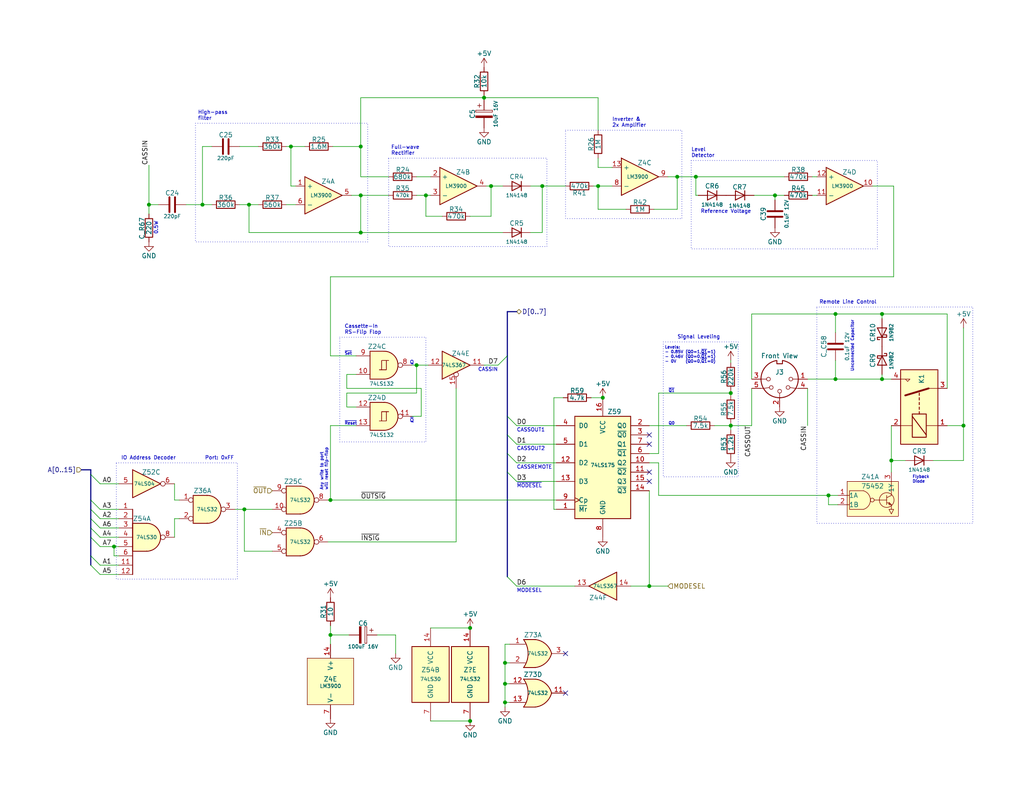
<source format=kicad_sch>
(kicad_sch (version 20230121) (generator eeschema)
  (paper "USLetter")
  (title_block (title "TRS-80 Model I G") (date "2023-10-24") (rev "E1B") (company "RetroStack - Marcel Erz") (comment 2 "Cassette motor control, input & output circuits, IO decoding, and video mode selection") (comment 4 "Cassette Interface with Video Mode Select"))
  (lib_symbols
    (symbol "74xx:74LS04"
      (property "Reference" "U" (at 0 1.27 0))
      (property "Value" "74LS04" (at 0 -1.27 0))
      (symbol "74LS04_1_0"
        (pin input line (at -7.62 0 0) (length 3.81) (name "~") (number "1"))
        (pin output inverted (at 7.62 0 180) (length 3.81) (name "~") (number "2"))
      )
      (symbol "74LS04_2_0"
        (pin input line (at -7.62 0 0) (length 3.81) (name "~") (number "3"))
        (pin output inverted (at 7.62 0 180) (length 3.81) (name "~") (number "4"))
      )
      (symbol "74LS04_3_0"
        (pin input line (at -7.62 0 0) (length 3.81) (name "~") (number "5"))
        (pin output inverted (at 7.62 0 180) (length 3.81) (name "~") (number "6"))
      )
      (symbol "74LS04_4_0"
        (pin output inverted (at 7.62 0 180) (length 3.81) (name "~") (number "8"))
        (pin input line (at -7.62 0 0) (length 3.81) (name "~") (number "9"))
      )
      (symbol "74LS04_5_0"
        (pin output inverted (at 7.62 0 180) (length 3.81) (name "~") (number "10"))
        (pin input line (at -7.62 0 0) (length 3.81) (name "~") (number "11"))
      )
      (symbol "74LS04_6_0"
        (pin output inverted (at 7.62 0 180) (length 3.81) (name "~") (number "12"))
        (pin input line (at -7.62 0 0) (length 3.81) (name "~") (number "13"))
      )
      (symbol "74LS04_7_0"
        (pin power_in line (at 0 12.7 270) (length 5.08) (name "VCC") (number "14"))
        (pin power_in line (at 0 -12.7 90) (length 5.08) (name "GND") (number "7"))
      )
    )
    (symbol "74xx:74LS132" (pin_names (offset 1.016))
      (property "Reference" "U" (at 0 1.27 0))
      (property "Value" "74LS132" (at 0 -1.27 0))
      (symbol "74LS132_1_1"
        (pin input line (at -7.62 2.54 0) (length 3.81) (name "~") (number "1"))
        (pin input line (at -7.62 -2.54 0) (length 3.81) (name "~") (number "2"))
        (pin output inverted (at 7.62 0 180) (length 3.81) (name "~") (number "3"))
      )
      (symbol "74LS132_1_2"
        (pin input inverted (at -7.62 2.54 0) (length 4.318) (name "~") (number "1"))
        (pin input inverted (at -7.62 -2.54 0) (length 4.318) (name "~") (number "2"))
        (pin output line (at 7.62 0 180) (length 3.81) (name "~") (number "3"))
      )
      (symbol "74LS132_2_1"
        (pin input line (at -7.62 2.54 0) (length 3.81) (name "~") (number "4"))
        (pin input line (at -7.62 -2.54 0) (length 3.81) (name "~") (number "5"))
        (pin output inverted (at 7.62 0 180) (length 3.81) (name "~") (number "6"))
      )
      (symbol "74LS132_2_2"
        (pin input inverted (at -7.62 2.54 0) (length 4.318) (name "~") (number "4"))
        (pin input inverted (at -7.62 -2.54 0) (length 4.318) (name "~") (number "5"))
        (pin output line (at 7.62 0 180) (length 3.81) (name "~") (number "6"))
      )
      (symbol "74LS132_3_1"
        (pin input line (at -7.62 -2.54 0) (length 3.81) (name "~") (number "10"))
        (pin output inverted (at 7.62 0 180) (length 3.81) (name "~") (number "8"))
        (pin input line (at -7.62 2.54 0) (length 3.81) (name "~") (number "9"))
      )
      (symbol "74LS132_3_2"
        (pin input inverted (at -7.62 -2.54 0) (length 4.318) (name "~") (number "10"))
        (pin output line (at 7.62 0 180) (length 3.81) (name "~") (number "8"))
        (pin input inverted (at -7.62 2.54 0) (length 4.318) (name "~") (number "9"))
      )
      (symbol "74LS132_4_1"
        (pin output inverted (at 7.62 0 180) (length 3.81) (name "~") (number "11"))
        (pin input line (at -7.62 2.54 0) (length 3.81) (name "~") (number "12"))
        (pin input line (at -7.62 -2.54 0) (length 3.81) (name "~") (number "13"))
      )
      (symbol "74LS132_4_2"
        (pin output line (at 7.62 0 180) (length 3.81) (name "~") (number "11"))
        (pin input inverted (at -7.62 2.54 0) (length 4.318) (name "~") (number "12"))
        (pin input inverted (at -7.62 -2.54 0) (length 4.318) (name "~") (number "13"))
      )
      (symbol "74LS132_5_0"
        (pin power_in line (at 0 12.7 270) (length 5.08) (name "VCC") (number "14"))
        (pin power_in line (at 0 -12.7 90) (length 5.08) (name "GND") (number "7"))
      )
    )
    (symbol "74xx:74LS175" (pin_names (offset 1.016))
      (property "Reference" "U" (at -7.62 13.97 0))
      (property "Value" "74LS175" (at -7.62 -16.51 0))
      (symbol "74LS175_1_0"
        (pin input line (at -12.7 -12.7 0) (length 5.08) (name "~{Mr}") (number "1"))
        (pin output line (at 12.7 0 180) (length 5.08) (name "Q2") (number "10"))
        (pin output line (at 12.7 -2.54 180) (length 5.08) (name "~{Q2}") (number "11"))
        (pin input line (at -12.7 0 0) (length 5.08) (name "D2") (number "12"))
        (pin input line (at -12.7 -5.08 0) (length 5.08) (name "D3") (number "13"))
        (pin output line (at 12.7 -7.62 180) (length 5.08) (name "~{Q3}") (number "14"))
        (pin output line (at 12.7 -5.08 180) (length 5.08) (name "Q3") (number "15"))
        (pin power_in line (at 0 17.78 270) (length 5.08) (name "VCC") (number "16"))
        (pin output line (at 12.7 10.16 180) (length 5.08) (name "Q0") (number "2"))
        (pin output line (at 12.7 7.62 180) (length 5.08) (name "~{Q0}") (number "3"))
        (pin input line (at -12.7 10.16 0) (length 5.08) (name "D0") (number "4"))
        (pin input line (at -12.7 5.08 0) (length 5.08) (name "D1") (number "5"))
        (pin output line (at 12.7 2.54 180) (length 5.08) (name "~{Q1}") (number "6"))
        (pin output line (at 12.7 5.08 180) (length 5.08) (name "Q1") (number "7"))
        (pin power_in line (at 0 -20.32 90) (length 5.08) (name "GND") (number "8"))
        (pin input clock (at -12.7 -10.16 0) (length 5.08) (name "Cp") (number "9"))
      )
    )
    (symbol "74xx:74LS30" (pin_names (offset 1.016))
      (property "Reference" "U" (at 0 1.27 0))
      (property "Value" "74LS30" (at 0 -1.27 0))
      (symbol "74LS30_1_1"
        (pin input line (at -7.62 7.62 0) (length 3.81) (name "~") (number "1"))
        (pin input line (at -7.62 -7.62 0) (length 3.81) (name "~") (number "11"))
        (pin input line (at -7.62 -10.16 0) (length 3.81) (name "~") (number "12"))
        (pin input line (at -7.62 5.08 0) (length 3.81) (name "~") (number "2"))
        (pin input line (at -7.62 2.54 0) (length 3.81) (name "~") (number "3"))
        (pin input line (at -7.62 0 0) (length 3.81) (name "~") (number "4"))
        (pin input line (at -7.62 -2.54 0) (length 3.81) (name "~") (number "5"))
        (pin input line (at -7.62 -5.08 0) (length 3.81) (name "~") (number "6"))
        (pin output inverted (at 7.62 0 180) (length 3.81) (name "~") (number "8"))
      )
      (symbol "74LS30_1_2"
        (pin input inverted (at -7.62 7.62 0) (length 3.81) (name "~") (number "1"))
        (pin input inverted (at -7.62 -7.62 0) (length 3.81) (name "~") (number "11"))
        (pin input inverted (at -7.62 -10.16 0) (length 3.81) (name "~") (number "12"))
        (pin input inverted (at -7.62 5.08 0) (length 3.81) (name "~") (number "2"))
        (pin input inverted (at -7.62 2.54 0) (length 4.5466) (name "~") (number "3"))
        (pin input inverted (at -7.62 0 0) (length 5.08) (name "~") (number "4"))
        (pin input inverted (at -7.62 -2.54 0) (length 4.5466) (name "~") (number "5"))
        (pin input inverted (at -7.62 -5.08 0) (length 3.81) (name "~") (number "6"))
        (pin output line (at 7.62 0 180) (length 3.81) (name "~") (number "8"))
      )
      (symbol "74LS30_2_0"
        (pin power_in line (at 0 12.7 270) (length 5.08) (name "VCC") (number "14"))
        (pin power_in line (at 0 -12.7 90) (length 5.08) (name "GND") (number "7"))
      )
    )
    (symbol "74xx:74LS32" (pin_names (offset 1.016))
      (property "Reference" "U" (at 0 1.27 0))
      (property "Value" "74LS32" (at 0 -1.27 0))
      (symbol "74LS32_1_1"
        (pin input line (at -7.62 2.54 0) (length 4.318) (name "~") (number "1"))
        (pin input line (at -7.62 -2.54 0) (length 4.318) (name "~") (number "2"))
        (pin output line (at 7.62 0 180) (length 3.81) (name "~") (number "3"))
      )
      (symbol "74LS32_1_2"
        (pin input inverted (at -7.62 2.54 0) (length 3.81) (name "~") (number "1"))
        (pin input inverted (at -7.62 -2.54 0) (length 3.81) (name "~") (number "2"))
        (pin output inverted (at 7.62 0 180) (length 3.81) (name "~") (number "3"))
      )
      (symbol "74LS32_2_1"
        (pin input line (at -7.62 2.54 0) (length 4.318) (name "~") (number "4"))
        (pin input line (at -7.62 -2.54 0) (length 4.318) (name "~") (number "5"))
        (pin output line (at 7.62 0 180) (length 3.81) (name "~") (number "6"))
      )
      (symbol "74LS32_2_2"
        (pin input inverted (at -7.62 2.54 0) (length 3.81) (name "~") (number "4"))
        (pin input inverted (at -7.62 -2.54 0) (length 3.81) (name "~") (number "5"))
        (pin output inverted (at 7.62 0 180) (length 3.81) (name "~") (number "6"))
      )
      (symbol "74LS32_3_1"
        (pin input line (at -7.62 -2.54 0) (length 4.318) (name "~") (number "10"))
        (pin output line (at 7.62 0 180) (length 3.81) (name "~") (number "8"))
        (pin input line (at -7.62 2.54 0) (length 4.318) (name "~") (number "9"))
      )
      (symbol "74LS32_3_2"
        (pin input inverted (at -7.62 -2.54 0) (length 3.81) (name "~") (number "10"))
        (pin output inverted (at 7.62 0 180) (length 3.81) (name "~") (number "8"))
        (pin input inverted (at -7.62 2.54 0) (length 3.81) (name "~") (number "9"))
      )
      (symbol "74LS32_4_1"
        (pin output line (at 7.62 0 180) (length 3.81) (name "~") (number "11"))
        (pin input line (at -7.62 2.54 0) (length 4.318) (name "~") (number "12"))
        (pin input line (at -7.62 -2.54 0) (length 4.318) (name "~") (number "13"))
      )
      (symbol "74LS32_4_2"
        (pin output inverted (at 7.62 0 180) (length 3.81) (name "~") (number "11"))
        (pin input inverted (at -7.62 2.54 0) (length 3.81) (name "~") (number "12"))
        (pin input inverted (at -7.62 -2.54 0) (length 3.81) (name "~") (number "13"))
      )
      (symbol "74LS32_5_0"
        (pin power_in line (at 0 12.7 270) (length 5.08) (name "VCC") (number "14"))
        (pin power_in line (at 0 -12.7 90) (length 5.08) (name "GND") (number "7"))
      )
    )
    (symbol "Connector:DIN-5_180degree" (pin_names (offset 1.016))
      (property "Reference" "J" (at 3.175 5.715 0))
      (property "Value" "DIN-5_180degree" (at 0 -6.35 0))
      (symbol "DIN-5_180degree_1_1"
        (pin passive line (at -7.62 0 0) (length 2.54) (name "~") (number "1"))
        (pin passive line (at 0 7.62 270) (length 2.54) (name "~") (number "2"))
        (pin passive line (at 7.62 0 180) (length 2.54) (name "~") (number "3"))
        (pin passive line (at -7.62 2.54 0) (length 2.54) (name "~") (number "4"))
        (pin passive line (at 7.62 2.54 180) (length 2.54) (name "~") (number "5"))
      )
    )
    (symbol "Device:C" (pin_numbers hide) (pin_names (offset 0.254))
      (property "Reference" "C" (at 0.635 2.54 0))
      (property "Value" "C" (at 0.635 -2.54 0))
      (symbol "C_1_1"
        (pin passive line (at 0 3.81 270) (length 2.794) (name "~") (number "1"))
        (pin passive line (at 0 -3.81 90) (length 2.794) (name "~") (number "2"))
      )
    )
    (symbol "Device:C_Polarized" (pin_numbers hide) (pin_names (offset 0.254))
      (property "Reference" "C" (at 0.635 2.54 0))
      (property "Value" "C_Polarized" (at 0.635 -2.54 0))
      (symbol "C_Polarized_1_1"
        (pin passive line (at 0 3.81 270) (length 2.794) (name "~") (number "1"))
        (pin passive line (at 0 -3.81 90) (length 2.794) (name "~") (number "2"))
      )
    )
    (symbol "Device:D" (pin_numbers hide) (pin_names (offset 1.016) hide)
      (property "Reference" "D" (at 0 2.54 0))
      (property "Value" "D" (at 0 -2.54 0))
      (symbol "D_1_1"
        (pin passive line (at -3.81 0 0) (length 2.54) (name "K") (number "1"))
        (pin passive line (at 3.81 0 180) (length 2.54) (name "A") (number "2"))
      )
    )
    (symbol "Device:D_Schottky" (pin_numbers hide) (pin_names (offset 1.016) hide)
      (property "Reference" "D" (at 0 2.54 0))
      (property "Value" "D_Schottky" (at 0 -2.54 0))
      (symbol "D_Schottky_1_1"
        (pin passive line (at -3.81 0 0) (length 2.54) (name "K") (number "1"))
        (pin passive line (at 3.81 0 180) (length 2.54) (name "A") (number "2"))
      )
    )
    (symbol "Device:R" (pin_numbers hide) (pin_names (offset 0))
      (property "Reference" "R" (at 2.032 0 90))
      (property "Value" "R" (at 0 0 90))
      (symbol "R_1_1"
        (pin passive line (at 0 3.81 270) (length 1.27) (name "~") (number "1"))
        (pin passive line (at 0 -3.81 90) (length 1.27) (name "~") (number "2"))
      )
    )
    (symbol "RetroStackLibrary:74LS367_Split" (pin_names (offset 1.016))
      (property "Reference" "U" (at 0 1.27 0))
      (property "Value" "74LS367" (at 0 -1.27 0))
      (symbol "74LS367_Split_1_0"
        (pin input inverted (at 0 6.35 270) (length 4.445) (name "~") (number "1"))
        (pin input line (at -7.62 0 0) (length 3.81) (name "~") (number "2"))
        (pin tri_state line (at 7.62 0 180) (length 3.81) (name "~") (number "3"))
      )
      (symbol "74LS367_Split_2_0"
        (pin input line (at -7.62 0 0) (length 3.81) (name "~") (number "4"))
        (pin tri_state line (at 7.62 0 180) (length 3.81) (name "~") (number "5"))
      )
      (symbol "74LS367_Split_3_0"
        (pin input line (at -7.62 0 0) (length 3.81) (name "~") (number "6"))
        (pin tri_state line (at 7.62 0 180) (length 3.81) (name "~") (number "7"))
      )
      (symbol "74LS367_Split_4_0"
        (pin input line (at -7.62 0 0) (length 3.81) (name "~") (number "10"))
        (pin tri_state line (at 7.62 0 180) (length 3.81) (name "~") (number "9"))
      )
      (symbol "74LS367_Split_5_0"
        (pin tri_state line (at 8.255 -6.35 180) (length 3.81) (name "~") (number "11"))
        (pin input line (at -6.985 -6.35 0) (length 3.81) (name "~") (number "12"))
        (pin input inverted (at 0.635 0 270) (length 4.445) (name "~") (number "15"))
      )
      (symbol "74LS367_Split_6_0"
        (pin tri_state line (at 7.62 0 180) (length 3.81) (name "~") (number "13"))
        (pin input line (at -7.62 0 0) (length 3.81) (name "~") (number "14"))
      )
      (symbol "74LS367_Split_7_0"
        (pin power_in line (at 0 1.905 270) (length 5.08) (name "VCC") (number "16"))
        (pin power_in line (at 0 -23.495 90) (length 5.08) (name "GND") (number "8"))
      )
    )
    (symbol "RetroStackLibrary:75452"
      (property "Reference" "U" (at 0 0 0))
      (property "Value" "75452" (at 0 -2.54 0))
      (symbol "75452_1_1"
        (pin input line (at -9.525 -5.08 0) (length 2.54) (name "1A") (number "1"))
        (pin input line (at -9.525 -7.62 0) (length 2.54) (name "1B") (number "2"))
        (pin passive line (at 5.08 1.27 270) (length 2.54) (name "1Y") (number "3"))
      )
      (symbol "75452_2_1"
        (pin passive line (at 5.08 1.27 270) (length 2.54) (name "2Y") (number "5"))
        (pin input line (at -9.525 -5.08 0) (length 2.54) (name "2A") (number "6"))
        (pin input line (at -9.525 -7.62 0) (length 2.54) (name "2B") (number "7"))
      )
      (symbol "75452_3_1"
        (pin passive line (at -1.905 -19.05 90) (length 2.54) (name "GND") (number "4"))
        (pin passive line (at -1.905 1.27 270) (length 2.54) (name "VCC") (number "8"))
      )
    )
    (symbol "RetroStackLibrary:LM3900"
      (property "Reference" "U" (at 0 5.08 0))
      (property "Value" "LM3900" (at 0 -3.175 0))
      (symbol "LM3900_1_1"
        (pin input line (at -7.62 2.54 0) (length 2.54) (name "+") (number "1"))
        (pin output line (at 7.62 0 180) (length 2.54) (name "~") (number "5"))
        (pin input line (at -7.62 -2.54 0) (length 2.54) (name "-") (number "6"))
      )
      (symbol "LM3900_2_1"
        (pin input line (at -7.62 2.54 0) (length 2.54) (name "+") (number "2"))
        (pin input line (at -7.62 -2.54 0) (length 2.54) (name "-") (number "3"))
        (pin output line (at 7.62 0 180) (length 2.54) (name "~") (number "4"))
      )
      (symbol "LM3900_3_1"
        (pin input line (at -7.62 2.54 0) (length 2.54) (name "+") (number "13"))
        (pin input line (at -7.62 -2.54 0) (length 2.54) (name "-") (number "8"))
        (pin output line (at 7.62 0 180) (length 2.54) (name "~") (number "9"))
      )
      (symbol "LM3900_4_1"
        (pin output line (at 7.62 0 180) (length 2.54) (name "~") (number "10"))
        (pin input line (at -7.62 -2.54 0) (length 2.54) (name "-") (number "11"))
        (pin input line (at -7.62 2.54 0) (length 2.54) (name "+") (number "12"))
      )
      (symbol "LM3900_5_1"
        (pin passive line (at 0 7.62 270) (length 3.81) (name "V+") (number "14"))
        (pin passive line (at 0 -12.7 90) (length 3.81) (name "V-") (number "7"))
      )
    )
    (symbol "RetroStackLibrary:TRS80_Model_I_Relay_NO"
      (property "Reference" "K" (at 11.43 3.81 0))
      (property "Value" "Relay_SPST-NO" (at 11.43 1.27 0))
      (symbol "TRS80_Model_I_Relay_NO_1_1"
        (pin passive line (at -5.08 -7.62 90) (length 2.54) (name "~") (number "1"))
        (pin passive line (at -5.08 7.62 270) (length 2.54) (name "~") (number "2"))
        (pin passive line (at 5.08 -7.62 90) (length 2.54) (name "~") (number "3"))
        (pin passive line (at 7.62 7.62 270) (length 2.54) (name "~") (number "4"))
      )
    )
    (symbol "power:+5V" (power) (pin_names (offset 0))
      (property "Value" "+5V" (at 0 3.556 0))
      (symbol "+5V_1_1"
        (pin power_in line (at 0 0 90) (length 0) hide (name "+5V") (number "1"))
      )
    )
    (symbol "power:GND" (power) (pin_names (offset 0))
      (property "Value" "GND" (at 0 -3.81 0))
      (symbol "GND_1_1"
        (pin power_in line (at 0 0 270) (length 0) hide (name "GND") (number "1"))
      )
    )
  )
  (junction (at 163.195 50.8))
  (junction (at 164.465 108.585))
  (junction (at 116.205 53.34))
  (junction (at 90.17 136.525))
  (junction (at 177.165 160.02))
  (junction (at 227.965 103.505))
  (junction (at 113.665 99.695))
  (junction (at 90.17 173.355))
  (junction (at 240.665 103.505))
  (junction (at 199.39 116.205))
  (junction (at 40.64 55.88))
  (junction (at 211.455 53.34))
  (junction (at 79.375 40.005))
  (junction (at 98.425 63.5))
  (junction (at 199.39 107.315))
  (junction (at 227.965 85.725))
  (junction (at 147.955 50.8))
  (junction (at 226.06 135.255))
  (junction (at 98.425 53.34))
  (junction (at 67.945 55.88))
  (junction (at 137.795 186.69))
  (junction (at 98.425 40.005))
  (junction (at 31.115 149.225))
  (junction (at 132.08 26.67))
  (junction (at 128.27 171.45))
  (junction (at 262.89 116.205))
  (junction (at 184.785 48.26))
  (junction (at 137.795 180.975))
  (junction (at 66.675 139.065))
  (junction (at 133.985 50.8))
  (junction (at 55.245 55.88))
  (junction (at 128.27 196.85))
  (junction (at 137.795 191.77))
  (junction (at 240.665 85.725))
  (junction (at 189.865 48.26))
  (junction (at 243.205 125.73))
  (no_connect (at 177.165 128.905))
  (no_connect (at 177.165 121.285))
  (no_connect (at 177.165 118.745))
  (no_connect (at 154.305 189.23))
  (no_connect (at 154.305 178.435))
  (no_connect (at 177.165 131.445))
  (bus_entry (at 24.765 139.065) (size 2.54 2.54))
  (bus_entry (at 140.97 131.445) (size -2.54 -2.54))
  (bus_entry (at 140.97 121.285) (size -2.54 -2.54))
  (bus_entry (at 140.97 160.02) (size -2.54 -2.54))
  (bus_entry (at 24.765 146.685) (size 2.54 2.54))
  (bus_entry (at 24.765 141.605) (size 2.54 2.54))
  (bus_entry (at 140.97 126.365) (size -2.54 -2.54))
  (bus_entry (at 135.89 99.695) (size 2.54 -2.54))
  (bus_entry (at 24.765 154.305) (size 2.54 2.54))
  (bus_entry (at 24.765 144.145) (size 2.54 2.54))
  (bus_entry (at 24.765 129.54) (size 2.54 2.54))
  (bus_entry (at 24.765 136.525) (size 2.54 2.54))
  (bus_entry (at 140.97 116.205) (size -2.54 -2.54))
  (bus_entry (at 24.765 151.765) (size 2.54 2.54))
  (wire (pts (xy 220.345 103.505) (xy 227.965 103.505)))
  (wire (pts (xy 74.295 150.495) (xy 66.675 150.495)))
  (bus (pts (xy 138.43 113.665) (xy 138.43 118.745)))
  (wire (pts (xy 27.305 132.08) (xy 32.385 132.08)))
  (bus (pts (xy 24.765 141.605) (xy 24.765 139.065)))
  (wire (pts (xy 187.325 116.205) (xy 177.165 116.205)))
  (wire (pts (xy 78.105 55.88) (xy 80.645 55.88)))
  (wire (pts (xy 184.785 57.15) (xy 184.785 48.26)))
  (wire (pts (xy 79.375 50.8) (xy 80.645 50.8)))
  (wire (pts (xy 240.665 103.505) (xy 243.205 103.505)))
  (wire (pts (xy 27.305 146.685) (xy 32.385 146.685)))
  (wire (pts (xy 226.06 137.795) (xy 226.06 135.255)))
  (wire (pts (xy 133.985 50.8) (xy 132.715 50.8)))
  (wire (pts (xy 94.615 102.235) (xy 94.615 106.045)))
  (wire (pts (xy 189.865 48.26) (xy 213.995 48.26)))
  (wire (pts (xy 47.625 136.525) (xy 47.625 132.08)))
  (wire (pts (xy 31.115 151.765) (xy 31.115 149.225)))
  (wire (pts (xy 113.665 48.26) (xy 117.475 48.26)))
  (wire (pts (xy 137.795 180.975) (xy 137.795 186.69)))
  (bus (pts (xy 138.43 85.09) (xy 140.97 85.09)))
  (wire (pts (xy 227.965 103.505) (xy 240.665 103.505)))
  (bus (pts (xy 138.43 97.155) (xy 138.43 113.665)))
  (wire (pts (xy 32.385 151.765) (xy 31.115 151.765)))
  (wire (pts (xy 254.635 125.73) (xy 262.89 125.73)))
  (bus (pts (xy 138.43 128.905) (xy 138.43 157.48)))
  (bus (pts (xy 138.43 118.745) (xy 138.43 123.825)))
  (wire (pts (xy 205.105 106.045) (xy 205.105 116.205)))
  (wire (pts (xy 97.155 97.155) (xy 90.17 97.155)))
  (wire (pts (xy 90.17 116.205) (xy 90.17 136.525)))
  (wire (pts (xy 65.405 40.005) (xy 70.485 40.005)))
  (wire (pts (xy 116.205 53.34) (xy 113.665 53.34)))
  (wire (pts (xy 48.895 141.605) (xy 47.625 141.605)))
  (wire (pts (xy 116.205 59.055) (xy 116.205 53.34)))
  (wire (pts (xy 199.39 98.425) (xy 199.39 99.06)))
  (wire (pts (xy 55.245 55.88) (xy 55.245 40.005)))
  (wire (pts (xy 89.535 136.525) (xy 90.17 136.525)))
  (wire (pts (xy 98.425 63.5) (xy 137.16 63.5)))
  (wire (pts (xy 177.165 160.02) (xy 182.245 160.02)))
  (wire (pts (xy 258.445 85.725) (xy 258.445 106.045)))
  (wire (pts (xy 83.185 40.005) (xy 79.375 40.005)))
  (wire (pts (xy 227.965 98.425) (xy 227.965 103.505)))
  (wire (pts (xy 95.25 173.355) (xy 90.17 173.355)))
  (wire (pts (xy 40.64 55.88) (xy 40.64 58.42)))
  (wire (pts (xy 98.425 26.67) (xy 98.425 40.005)))
  (wire (pts (xy 114.935 113.665) (xy 112.395 113.665)))
  (bus (pts (xy 22.225 128.27) (xy 24.765 128.27)))
  (wire (pts (xy 57.785 55.88) (xy 55.245 55.88)))
  (wire (pts (xy 194.945 116.205) (xy 199.39 116.205)))
  (wire (pts (xy 97.155 116.205) (xy 90.17 116.205)))
  (wire (pts (xy 102.87 173.355) (xy 107.95 173.355)))
  (wire (pts (xy 79.375 40.005) (xy 79.375 50.8)))
  (wire (pts (xy 137.795 186.69) (xy 139.065 186.69)))
  (wire (pts (xy 153.67 108.585) (xy 151.13 108.585)))
  (wire (pts (xy 228.6 137.795) (xy 226.06 137.795)))
  (wire (pts (xy 90.17 75.565) (xy 243.84 75.565)))
  (wire (pts (xy 132.08 26.035) (xy 132.08 26.67)))
  (wire (pts (xy 132.08 26.67) (xy 98.425 26.67)))
  (wire (pts (xy 179.705 123.825) (xy 177.165 123.825)))
  (wire (pts (xy 184.785 48.26) (xy 189.865 48.26)))
  (wire (pts (xy 90.17 136.525) (xy 151.765 136.525)))
  (wire (pts (xy 137.16 50.8) (xy 133.985 50.8)))
  (wire (pts (xy 139.065 175.895) (xy 137.795 175.895)))
  (wire (pts (xy 43.18 55.88) (xy 40.64 55.88)))
  (wire (pts (xy 114.935 106.045) (xy 114.935 113.665)))
  (wire (pts (xy 98.425 53.34) (xy 95.885 53.34)))
  (wire (pts (xy 89.535 147.955) (xy 124.46 147.955)))
  (wire (pts (xy 137.795 186.69) (xy 137.795 191.77)))
  (wire (pts (xy 132.08 99.695) (xy 135.89 99.695)))
  (wire (pts (xy 64.135 139.065) (xy 66.675 139.065)))
  (bus (pts (xy 138.43 85.09) (xy 138.43 97.155)))
  (bus (pts (xy 24.765 154.305) (xy 24.765 151.765)))
  (wire (pts (xy 66.675 150.495) (xy 66.675 139.065)))
  (wire (pts (xy 128.27 59.055) (xy 133.985 59.055)))
  (wire (pts (xy 66.675 139.065) (xy 74.295 139.065)))
  (wire (pts (xy 27.305 156.845) (xy 32.385 156.845)))
  (wire (pts (xy 243.84 50.8) (xy 238.125 50.8)))
  (wire (pts (xy 172.085 160.02) (xy 177.165 160.02)))
  (wire (pts (xy 132.08 26.67) (xy 163.195 26.67)))
  (wire (pts (xy 163.195 43.18) (xy 163.195 45.72)))
  (bus (pts (xy 24.765 139.065) (xy 24.765 136.525)))
  (wire (pts (xy 179.705 135.255) (xy 226.06 135.255)))
  (wire (pts (xy 65.405 55.88) (xy 67.945 55.88)))
  (wire (pts (xy 240.665 85.725) (xy 258.445 85.725)))
  (wire (pts (xy 117.475 196.85) (xy 128.27 196.85)))
  (wire (pts (xy 205.105 103.505) (xy 205.105 85.725)))
  (wire (pts (xy 177.165 160.02) (xy 177.165 133.985)))
  (wire (pts (xy 178.435 57.15) (xy 184.785 57.15)))
  (wire (pts (xy 179.705 126.365) (xy 179.705 135.255)))
  (wire (pts (xy 258.445 116.205) (xy 262.89 116.205)))
  (bus (pts (xy 24.765 136.525) (xy 24.765 129.54)))
  (wire (pts (xy 240.665 86.995) (xy 240.665 85.725)))
  (bus (pts (xy 138.43 123.825) (xy 138.43 128.905)))
  (wire (pts (xy 112.395 99.695) (xy 113.665 99.695)))
  (wire (pts (xy 179.705 107.315) (xy 199.39 107.315)))
  (wire (pts (xy 243.205 116.205) (xy 243.205 125.73)))
  (wire (pts (xy 163.195 45.72) (xy 167.005 45.72)))
  (bus (pts (xy 24.765 146.685) (xy 24.765 144.145)))
  (wire (pts (xy 151.13 139.065) (xy 151.765 139.065)))
  (wire (pts (xy 113.665 99.695) (xy 116.84 99.695)))
  (wire (pts (xy 199.39 117.475) (xy 199.39 116.205)))
  (wire (pts (xy 199.39 115.57) (xy 199.39 116.205)))
  (wire (pts (xy 151.13 108.585) (xy 151.13 139.065)))
  (wire (pts (xy 179.705 107.315) (xy 179.705 123.825)))
  (wire (pts (xy 90.17 97.155) (xy 90.17 75.565)))
  (wire (pts (xy 221.615 48.26) (xy 222.885 48.26)))
  (wire (pts (xy 140.97 160.02) (xy 156.845 160.02)))
  (wire (pts (xy 90.17 173.355) (xy 90.17 175.895)))
  (wire (pts (xy 117.475 171.45) (xy 128.27 171.45)))
  (wire (pts (xy 137.795 191.77) (xy 137.795 193.04)))
  (wire (pts (xy 55.245 40.005) (xy 57.785 40.005)))
  (wire (pts (xy 221.615 53.34) (xy 222.885 53.34)))
  (wire (pts (xy 94.615 107.315) (xy 94.615 111.125)))
  (wire (pts (xy 227.965 85.725) (xy 240.665 85.725)))
  (wire (pts (xy 98.425 63.5) (xy 67.945 63.5)))
  (wire (pts (xy 78.105 40.005) (xy 79.375 40.005)))
  (wire (pts (xy 177.165 126.365) (xy 179.705 126.365)))
  (wire (pts (xy 199.39 106.68) (xy 199.39 107.315)))
  (wire (pts (xy 140.97 126.365) (xy 151.765 126.365)))
  (wire (pts (xy 140.97 131.445) (xy 151.765 131.445)))
  (wire (pts (xy 220.345 106.045) (xy 220.345 116.205)))
  (wire (pts (xy 31.115 149.225) (xy 32.385 149.225)))
  (wire (pts (xy 163.195 50.8) (xy 163.195 57.15)))
  (wire (pts (xy 147.955 50.8) (xy 154.305 50.8)))
  (wire (pts (xy 161.925 50.8) (xy 163.195 50.8)))
  (wire (pts (xy 137.795 175.895) (xy 137.795 180.975)))
  (wire (pts (xy 67.945 63.5) (xy 67.945 55.88)))
  (wire (pts (xy 106.045 48.26) (xy 98.425 48.26)))
  (wire (pts (xy 90.805 40.005) (xy 98.425 40.005)))
  (wire (pts (xy 182.245 48.26) (xy 184.785 48.26)))
  (bus (pts (xy 24.765 151.765) (xy 24.765 146.685)))
  (bus (pts (xy 24.765 129.54) (xy 24.765 128.27)))
  (wire (pts (xy 240.665 102.235) (xy 240.665 103.505)))
  (wire (pts (xy 262.89 116.205) (xy 262.89 89.535)))
  (wire (pts (xy 113.665 99.695) (xy 113.665 107.315)))
  (wire (pts (xy 55.245 55.88) (xy 50.8 55.88)))
  (wire (pts (xy 98.425 63.5) (xy 98.425 53.34)))
  (wire (pts (xy 90.17 170.815) (xy 90.17 173.355)))
  (wire (pts (xy 163.195 26.67) (xy 163.195 35.56)))
  (wire (pts (xy 211.455 53.34) (xy 211.455 54.61)))
  (wire (pts (xy 147.955 63.5) (xy 147.955 50.8)))
  (wire (pts (xy 226.06 135.255) (xy 228.6 135.255)))
  (wire (pts (xy 199.39 107.315) (xy 199.39 107.95)))
  (wire (pts (xy 205.74 53.34) (xy 211.455 53.34)))
  (wire (pts (xy 132.08 27.305) (xy 132.08 26.67)))
  (wire (pts (xy 48.895 136.525) (xy 47.625 136.525)))
  (wire (pts (xy 140.97 121.285) (xy 151.765 121.285)))
  (wire (pts (xy 67.945 55.88) (xy 70.485 55.88)))
  (wire (pts (xy 124.46 147.955) (xy 124.46 106.045)))
  (wire (pts (xy 161.29 108.585) (xy 164.465 108.585)))
  (wire (pts (xy 199.39 116.205) (xy 205.105 116.205)))
  (wire (pts (xy 227.965 85.725) (xy 227.965 90.805)))
  (wire (pts (xy 27.305 141.605) (xy 32.385 141.605)))
  (wire (pts (xy 94.615 111.125) (xy 97.155 111.125)))
  (wire (pts (xy 106.045 53.34) (xy 98.425 53.34)))
  (wire (pts (xy 27.305 139.065) (xy 32.385 139.065)))
  (wire (pts (xy 94.615 106.045) (xy 114.935 106.045)))
  (wire (pts (xy 27.305 144.145) (xy 32.385 144.145)))
  (wire (pts (xy 189.865 53.34) (xy 189.865 48.26)))
  (wire (pts (xy 243.205 125.73) (xy 247.015 125.73)))
  (wire (pts (xy 243.84 75.565) (xy 243.84 50.8)))
  (wire (pts (xy 140.97 116.205) (xy 151.765 116.205)))
  (wire (pts (xy 205.105 85.725) (xy 227.965 85.725)))
  (wire (pts (xy 47.625 141.605) (xy 47.625 146.685)))
  (wire (pts (xy 113.665 107.315) (xy 94.615 107.315)))
  (wire (pts (xy 117.475 53.34) (xy 116.205 53.34)))
  (wire (pts (xy 97.155 102.235) (xy 94.615 102.235)))
  (wire (pts (xy 120.65 59.055) (xy 116.205 59.055)))
  (wire (pts (xy 27.305 149.225) (xy 31.115 149.225)))
  (wire (pts (xy 144.78 63.5) (xy 147.955 63.5)))
  (wire (pts (xy 137.795 191.77) (xy 139.065 191.77)))
  (wire (pts (xy 211.455 53.34) (xy 213.995 53.34)))
  (wire (pts (xy 133.985 59.055) (xy 133.985 50.8)))
  (wire (pts (xy 107.95 173.355) (xy 107.95 178.435)))
  (wire (pts (xy 163.195 57.15) (xy 170.815 57.15)))
  (bus (pts (xy 24.765 144.145) (xy 24.765 141.605)))
  (wire (pts (xy 98.425 48.26) (xy 98.425 40.005)))
  (wire (pts (xy 40.64 45.085) (xy 40.64 55.88)))
  (wire (pts (xy 163.195 50.8) (xy 167.005 50.8)))
  (wire (pts (xy 137.795 180.975) (xy 139.065 180.975)))
  (wire (pts (xy 144.78 50.8) (xy 147.955 50.8)))
  (wire (pts (xy 27.305 154.305) (xy 32.385 154.305)))
  (wire (pts (xy 189.865 53.34) (xy 190.5 53.34)))
  (wire (pts (xy 262.89 125.73) (xy 262.89 116.205)))
  (wire (pts (xy 243.205 128.905) (xy 243.205 125.73)))
  (rectangle (start 92.71 92.075) (end 116.205 120.65) (stroke (width 0) (type dot)))
  (rectangle (start 180.975 93.345) (end 201.422 130.175) (stroke (width 0) (type dot)))
  (rectangle (start 53.34 33.655) (end 100.33 66.04) (stroke (width 0) (type dot)))
  (rectangle (start 106.045 43.18) (end 149.225 67.31) (stroke (width 0) (type dot)))
  (rectangle (start 222.885 83.82) (end 265.43 142.875) (stroke (width 0) (type dot)))
  (rectangle (start 154.305 35.56) (end 186.055 59.69) (stroke (width 0) (type dot)))
  (rectangle (start 31.75 126.365) (end 64.77 158.115) (stroke (width 0) (type dot)))
  (rectangle (start 188.595 43.815) (end 239.395 67.945) (stroke (width 0) (type dot)))
  (text "~{MODESEL}" (at 140.97 133.35 0) (effects (font (size 1 1)) (justify left bottom)))
  (text "Full-wave\nRectifier" (at 106.68 42.545 0) (effects (font (size 1 1)) (justify left bottom)))
  (text "Level\nDetector" (at 188.595 43.18 0) (effects (font (size 1 1)) (justify left bottom)))
  (text "Q0" (at 184.15 116.205 0) (effects (font (size 0.8 0.8)) (justify right bottom)))
  (text "High-pass\nfilter" (at 53.975 33.02 0) (effects (font (size 1 1)) (justify left bottom)))
  (text "Unconnected Capacitor" (at 233.045 101.6 90) (effects (font (size 0.8 0.8)) (justify left bottom)))
  (text "Reference Voltage" (at 191.135 58.42 0) (effects (font (size 1 1)) (justify left bottom)))
  (text "Any write to port\nwill reset flip-flop" (at 89.535 133.985 90) (effects (font (size 0.8 0.8)) (justify left bottom)))
  (text "IO Address Decoder" (at 33.02 125.73 0) (effects (font (size 1 1)) (justify left bottom)))
  (text "CASSREMOTE" (at 140.97 128.27 0) (effects (font (size 1 1)) (justify left bottom)))
  (text "Remote Line Control" (at 223.52 83.185 0) (effects (font (size 1 1)) (justify left bottom)))
  (text "Port: 0xFF" (at 55.88 125.73 0) (effects (font (size 1 1)) (justify left bottom)))
  (text "~{Q}" (at 111.76 115.57 0) (effects (font (size 1 1)) (justify left bottom)))
  (text "Q" (at 111.76 99.695 0) (effects (font (size 1 1)) (justify left bottom)))
  (text "CASSOUT1" (at 140.97 118.11 0) (effects (font (size 1 1)) (justify left bottom)))
  (text "Flyback\nDiode" (at 248.92 132.08 0) (effects (font (size 0.8 0.8)) (justify left bottom)))
  (text "Signal Leveling" (at 184.785 92.71 0) (effects (font (size 1 1)) (justify left bottom)))
  (text "0.5W" (at 43.18 64.135 90) (effects (font (size 1 1)) (justify left bottom)))
  (text "CASSOUT2" (at 140.97 123.19 0) (effects (font (size 1 1)) (justify left bottom)))
  (text "CASSIN" (at 135.89 101.6 0) (effects (font (size 1 1)) (justify right bottom)))
  (text "MODESEL" (at 140.97 161.925 0) (effects (font (size 1 1)) (justify left bottom)))
  (text "Cassette-In\nRS-Flip Flop" (at 93.98 91.44 0) (effects (font (size 1 1)) (justify left bottom)))
  (text "~{Q1}" (at 184.15 107.315 0) (effects (font (size 0.8 0.8)) (justify right bottom)))
  (text "Levels:\n- 0.85V\n- 0.46V\n- 0V" (at 181.356 99.314 0) (effects (font (size 0.8 0.8)) (justify left bottom)))
  (text "Inverter &\n2x Amplifier" (at 167.005 34.925 0) (effects (font (size 1 1)) (justify left bottom)))
  (text "~{Reset}" (at 93.98 116.205 0) (effects (font (size 0.8 0.8)) (justify left bottom)))
  (text "~{Set}" (at 93.98 97.155 0) (effects (font (size 0.8 0.8)) (justify left bottom)))
  (text "(Q0=1,~{Q1}=1)\n(Q0=0,~{Q1}=1)\n(Q0=0,~{Q1}=0)" (at 195.326 99.314 0) (effects (font (size 0.8 0.8)) (justify right bottom)))
  (label "A4" (at 27.94 146.685 0))
  (label "D0" (at 140.97 116.205 0))
  (label "A3" (at 27.94 139.065 0))
  (label "A7" (at 27.94 149.225 0))
  (label "D2" (at 140.97 126.365 0))
  (label "CASSOUT" (at 205.105 116.205 270))
  (label "~{INSIG}" (at 98.425 147.955 0))
  (label "A2" (at 27.94 141.605 0))
  (label "D3" (at 140.97 131.445 0))
  (label "D6" (at 140.97 160.02 0))
  (label "~{OUTSIG}" (at 98.425 136.525 0))
  (label "A6" (at 27.94 144.145 0))
  (label "CASSIN" (at 220.345 116.205 270))
  (label "A5" (at 27.94 156.845 0))
  (label "A1" (at 27.94 154.305 0))
  (label "D7" (at 135.89 99.695 180))
  (label "A0" (at 27.94 132.08 0))
  (label "D1" (at 140.97 121.285 0))
  (label "CASSIN" (at 40.64 45.085 90))
  (hierarchical_label "A[0..15]" (shape input) (at 22.225 128.27 180))
  (hierarchical_label "MODESEL" (shape input) (at 182.245 160.02 0))
  (hierarchical_label "D[0..7]" (shape bidirectional) (at 140.97 85.09 0))
  (hierarchical_label "~{IN}" (shape input) (at 74.295 145.415 180))
  (hierarchical_label "~{OUT}" (shape input) (at 74.295 133.985 180))
  (symbol (lib_id "Device:C_Polarized") (at 99.06 173.355 270) (unit 1)
    (property "Reference" "C6" (at 99.06 170.18 90))
    (property "Value" "100uF 16V" (at 99.06 176.53 90) (effects (font (size 1 1))))
    (property "Footprint" "RetroStackLibrary:TRS80_Model_I_C_Pol_Radial_10D_5P" (effects hide))
  )
  (symbol (lib_id "Device:R") (at 74.295 40.005 90) (mirror x) (unit 1)
    (property "Reference" "R33" (at 74.295 38.1 90))
    (property "Value" "360k" (at 74.295 40.005 90))
    (property "Footprint" "RetroStackLibrary:TRS80_Model_I_R_0.25W" (effects hide))
  )
  (symbol (lib_id "74xx:74LS32") (at 128.27 184.15 0) (unit 5)
    (property "Reference" "Z?" (at 128.27 182.88 0))
    (property "Value" "74LS32" (at 128.27 185.42 0) (effects (font (size 1 1))))
    (property "Footprint" "RetroStackLibrary:TRS80_Model_I_DIP14" (effects hide))
    (property "Datasheet" "http://www.ti.com/lit/gpn/sn74LS32" (effects hide))
    (instances (project "TRS80_Model_I_G_E1" (path "" (reference "Z?") (unit 5)) (path "" (reference "Z73") (unit 5)) (path "" (reference "Z25") (unit 5))))
  )
  (symbol (lib_id "Device:R") (at 86.995 40.005 90) (mirror x) (unit 1)
    (property "Reference" "R25" (at 86.995 38.1 90))
    (property "Value" "1.6M" (at 86.995 40.005 90))
    (property "Footprint" "RetroStackLibrary:TRS80_Model_I_R_0.25W" (effects hide))
  )
  (symbol (lib_id "Device:C") (at 211.455 58.42 180) (unit 1)
    (property "Reference" "C39" (at 208.28 58.42 90))
    (property "Value" "0.1uF 12V" (at 214.63 58.42 90) (effects (font (size 1 1))))
    (property "Footprint" "RetroStackLibrary:TRS80_Model_I_C_Disc_9.5L_4W_6P_Small" (effects hide))
  )
  (symbol (lib_id "Device:R") (at 199.39 121.285 180) (unit 1)
    (property "Reference" "R53" (at 197.485 123.19 90) (effects (justify right)))
    (property "Value" "1.2k" (at 199.39 123.19 90) (effects (justify right)))
    (property "Footprint" "RetroStackLibrary:TRS80_Model_I_R_0.25W" (effects hide))
  )
  (symbol (lib_id "Device:R") (at 74.295 55.88 90) (mirror x) (unit 1)
    (property "Reference" "R37" (at 74.295 53.975 90))
    (property "Value" "560k" (at 74.295 55.88 90))
    (property "Footprint" "RetroStackLibrary:TRS80_Model_I_R_0.25W" (effects hide))
  )
  (symbol (lib_id "74xx:74LS30") (at 117.475 184.15 0) (unit 2)
    (property "Reference" "Z54" (at 117.475 182.88 0))
    (property "Value" "74LS30" (at 117.475 185.42 0) (effects (font (size 1 1))))
    (property "Footprint" "RetroStackLibrary:TRS80_Model_I_DIP14" (effects hide))
    (property "Datasheet" "http://www.ti.com/lit/gpn/sn74LS30" (effects hide))
    (instances (project "TRS80_Model_I_G_E1" (path "" (reference "Z54") (unit 2)) (path "" (reference "U5") (unit 2))))
  )
  (symbol (lib_id "Device:R") (at 109.855 53.34 90) (mirror x) (unit 1)
    (property "Reference" "R35" (at 109.855 51.435 90))
    (property "Value" "470k" (at 109.855 53.34 90) (effects (font (size 1 1))))
    (property "Footprint" "RetroStackLibrary:TRS80_Model_I_R_0.25W" (effects hide))
  )
  (symbol (lib_id "power:GND") (at 40.64 66.04 0) (unit 1)
    (property "Reference" "#PWR014" (effects hide))
    (property "Value" "GND" (at 40.64 69.85 0))
    (instances (project "TRS80_Model_I_G_E1" (path "" (reference "#PWR014") (unit 1)) (path "" (reference "#PWR077") (unit 1))))
  )
  (symbol (lib_id "power:+5V") (at 164.465 108.585 0) (unit 1)
    (property "Reference" "#PWR015" (effects hide))
    (property "Value" "+5V" (at 164.465 104.775 0))
    (instances (project "TRS80_Model_I_G_E1" (path "" (reference "#PWR015") (unit 1)) (path "" (reference "#PWR030") (unit 1))))
  )
  (symbol (lib_id "Device:R") (at 132.08 22.225 180) (unit 1)
    (property "Reference" "R32" (at 130.175 22.225 90))
    (property "Value" "10k" (at 132.08 22.225 90))
    (property "Footprint" "RetroStackLibrary:TRS80_Model_I_R_0.25W" (effects hide))
  )
  (symbol (lib_id "power:+5V") (at 90.17 163.195 0) (unit 1)
    (property "Reference" "#PWR015" (effects hide))
    (property "Value" "+5V" (at 90.17 159.385 0))
    (instances (project "TRS80_Model_I_G_E1" (path "" (reference "#PWR015") (unit 1)) (path "" (reference "#PWR079") (unit 1))))
  )
  (symbol (lib_id "Device:C") (at 61.595 40.005 90) (mirror x) (unit 1)
    (property "Reference" "C25" (at 61.595 36.83 90))
    (property "Value" "220pF" (at 61.595 43.18 90) (effects (font (size 1 1))))
    (property "Footprint" "RetroStackLibrary:TRS80_Model_I_C_Disc_9.5L_4W_6P_Small" (effects hide))
  )
  (symbol (lib_id "Device:D") (at 201.93 53.34 180) (unit 1)
    (property "Reference" "CR7" (at 201.8026 51.0778 0))
    (property "Value" "1N4148" (at 201.8026 56.1578 0) (effects (font (size 1 1))))
    (property "Footprint" "RetroStackLibrary:TRS80_Model_I_D" (effects hide))
    (property "Sim.Device" "D" (effects hide))
    (property "Sim.Pins" "1=K 2=A" (effects hide))
  )
  (symbol (lib_id "Device:D_Schottky") (at 240.665 90.805 90) (unit 1)
    (property "Reference" "CR10" (at 238.125 90.805 0))
    (property "Value" "1N982" (at 243.205 90.805 0) (effects (font (size 1 1))))
    (property "Footprint" "RetroStackLibrary:TRS80_Model_I_D" (effects hide))
  )
  (symbol (lib_id "74xx:74LS32") (at 146.685 178.435 0) (unit 1)
    (property "Reference" "Z73" (at 145.415 173.355 0))
    (property "Value" "74LS32" (at 146.685 178.435 0) (effects (font (size 1 1))))
    (property "Footprint" "RetroStackLibrary:TRS80_Model_I_DIP14" (effects hide))
    (property "Datasheet" "http://www.ti.com/lit/gpn/sn74LS32" (effects hide))
    (instances (project "TRS80_Model_I_G_E1" (path "" (reference "Z73") (unit 1)) (path "" (reference "Z?") (unit 1)) (path "" (reference "Z25") (unit 1))))
  )
  (symbol (lib_id "power:GND") (at 211.455 62.23 0) (unit 1)
    (property "Reference" "#PWR014" (effects hide))
    (property "Value" "GND" (at 211.455 66.04 0))
    (instances (project "TRS80_Model_I_G_E1" (path "" (reference "#PWR014") (unit 1)) (path "" (reference "#PWR075") (unit 1))))
  )
  (symbol (lib_id "RetroStackLibrary:75452") (at 238.125 130.175 0) (unit 1)
    (property "Reference" "Z41" (at 234.95 130.175 0) (effects (justify left)))
    (property "Value" "75452" (at 234.95 132.715 0) (effects (justify left)))
    (property "Footprint" "RetroStackLibrary:TRS80_Model_I_DIP8" (effects hide))
    (property "Datasheet" "https://www.ti.com/lit/ds/symlink/sn75452b.pdf" (effects hide))
    (instances (project "Replica" (path "" (reference "Z41") (unit 1))) (project "TRS80_Model_I_G_E1" (path "" (reference "Z?") (unit 1)) (path "" (reference "Z41") (unit 1))))
  )
  (symbol (lib_id "Device:R") (at 158.115 50.8 90) (mirror x) (unit 1)
    (property "Reference" "R41" (at 158.115 52.705 90))
    (property "Value" "470k" (at 158.115 50.8 90))
    (property "Footprint" "RetroStackLibrary:TRS80_Model_I_R_0.25W" (effects hide))
  )
  (symbol (lib_id "RetroStackLibrary:74LS367_Split") (at 164.465 160.02 180) (unit 6)
    (property "Reference" "Z44" (at 163.195 163.195 0))
    (property "Value" "74LS367" (at 165.1 160.02 0) (effects (font (size 1 1))))
    (property "Footprint" "RetroStackLibrary:TRS80_Model_I_DIP16" (effects hide))
    (property "Datasheet" "https://www.ti.com/lit/ds/symlink/sn74ls367a.pdf" (effects hide))
  )
  (symbol (lib_id "Device:R") (at 163.195 39.37 0) (mirror y) (unit 1)
    (property "Reference" "R26" (at 161.29 39.37 90))
    (property "Value" "1M" (at 163.195 39.37 90))
    (property "Footprint" "RetroStackLibrary:TRS80_Model_I_R_0.25W" (effects hide))
  )
  (symbol (lib_id "power:GND") (at 212.725 111.125 0) (unit 1)
    (property "Reference" "#PWR014" (effects hide))
    (property "Value" "GND" (at 212.725 114.935 0))
    (instances (project "TRS80_Model_I_G_E1" (path "" (reference "#PWR014") (unit 1)) (path "" (reference "#PWR073") (unit 1))))
  )
  (symbol (lib_id "RetroStackLibrary:LM3900") (at 230.505 50.8 0) (unit 4)
    (property "Reference" "Z4" (at 231.775 46.99 0))
    (property "Value" "LM3900" (at 229.87 50.8 0) (effects (font (size 1 1))))
    (property "Footprint" "RetroStackLibrary:TRS80_Model_I_DIP14" (effects hide))
    (property "Datasheet" "https://www.ti.com/lit/ds/symlink/lm3900.pdf" (effects hide))
  )
  (symbol (lib_id "74xx:74LS04") (at 40.005 132.08 0) (unit 3)
    (property "Reference" "Z52" (at 41.275 128.905 0))
    (property "Value" "74LS04" (at 39.37 132.08 0) (effects (font (size 1 1))))
    (property "Footprint" "RetroStackLibrary:TRS80_Model_I_DIP14" (effects hide))
    (property "Datasheet" "http://www.ti.com/lit/gpn/sn74LS04" (effects hide))
  )
  (symbol (lib_id "power:GND") (at 107.95 178.435 0) (unit 1)
    (property "Reference" "#PWR014" (effects hide))
    (property "Value" "GND" (at 107.95 182.245 0))
    (instances (project "TRS80_Model_I_G_E1" (path "" (reference "#PWR014") (unit 1)) (path "" (reference "#PWR081") (unit 1))))
  )
  (symbol (lib_id "RetroStackLibrary:LM3900") (at 88.265 53.34 0) (unit 1)
    (property "Reference" "Z4" (at 89.535 49.53 0))
    (property "Value" "LM3900" (at 87.63 53.34 0) (effects (font (size 1 1))))
    (property "Footprint" "RetroStackLibrary:TRS80_Model_I_DIP14" (effects hide))
    (property "Datasheet" "https://www.ti.com/lit/ds/symlink/lm3900.pdf" (effects hide))
  )
  (symbol (lib_id "Device:R") (at 217.805 48.26 90) (unit 1)
    (property "Reference" "R38" (at 217.805 46.355 90))
    (property "Value" "470k" (at 217.805 48.26 90))
    (property "Footprint" "RetroStackLibrary:TRS80_Model_I_R_0.25W" (effects hide))
  )
  (symbol (lib_id "Device:D") (at 140.97 63.5 0) (mirror y) (unit 1)
    (property "Reference" "CR5" (at 140.97 60.96 0))
    (property "Value" "1N4148" (at 140.97 66.04 0) (effects (font (size 1 1))))
    (property "Footprint" "RetroStackLibrary:TRS80_Model_I_D" (effects hide))
    (property "Sim.Device" "D" (effects hide))
    (property "Sim.Pins" "1=K 2=A" (effects hide))
  )
  (symbol (lib_id "Device:R") (at 217.805 53.34 90) (unit 1)
    (property "Reference" "R45" (at 217.805 51.435 90))
    (property "Value" "470k" (at 217.805 53.34 90))
    (property "Footprint" "RetroStackLibrary:TRS80_Model_I_R_0.25W" (effects hide))
  )
  (symbol (lib_id "Device:R") (at 90.17 167.005 180) (unit 1)
    (property "Reference" "R31" (at 88.265 167.005 90))
    (property "Value" "10" (at 90.17 167.005 90))
    (property "Footprint" "RetroStackLibrary:TRS80_Model_I_R_0.25W" (effects hide))
  )
  (symbol (lib_id "Device:D_Schottky") (at 240.665 98.425 270) (unit 1)
    (property "Reference" "CR9" (at 238.125 98.425 0))
    (property "Value" "1N982" (at 243.205 98.425 0) (effects (font (size 1 1))))
    (property "Footprint" "RetroStackLibrary:TRS80_Model_I_D" (effects hide))
  )
  (symbol (lib_id "RetroStackLibrary:LM3900") (at 125.095 50.8 0) (unit 2)
    (property "Reference" "Z4" (at 126.365 46.99 0))
    (property "Value" "LM3900" (at 124.46 50.8 0) (effects (font (size 1 1))))
    (property "Footprint" "RetroStackLibrary:TRS80_Model_I_DIP14" (effects hide))
    (property "Datasheet" "https://www.ti.com/lit/ds/symlink/lm3900.pdf" (effects hide))
  )
  (symbol (lib_id "74xx:74LS32") (at 81.915 147.955 0) (unit 2) (convert 2)
    (property "Reference" "Z25" (at 80.01 142.875 0))
    (property "Value" "74LS32" (at 81.915 147.955 0) (effects (font (size 1 1))))
    (property "Footprint" "RetroStackLibrary:TRS80_Model_I_DIP14" (effects hide))
    (property "Datasheet" "http://www.ti.com/lit/gpn/sn74LS32" (effects hide))
  )
  (symbol (lib_id "power:+5V") (at 262.89 89.535 0) (unit 1)
    (property "Reference" "#PWR015" (effects hide))
    (property "Value" "+5V" (at 262.89 85.725 0))
    (instances (project "TRS80_Model_I_G_E1" (path "" (reference "#PWR015") (unit 1)) (path "" (reference "#PWR074") (unit 1))))
  )
  (symbol (lib_id "Device:R") (at 40.64 62.23 180) (unit 1)
    (property "Reference" "C_R67" (at 38.735 65.405 90) (effects (justify right)))
    (property "Value" "220" (at 40.64 64.135 90) (effects (justify right)))
    (property "Footprint" "RetroStackLibrary:TRS80_Model_I_R_0.25W" (effects hide))
  )
  (symbol (lib_id "74xx:74LS132") (at 104.775 113.665 0) (unit 4)
    (property "Reference" "Z24" (at 102.87 108.585 0))
    (property "Value" "74LS132" (at 104.14 118.745 0) (effects (font (size 1 1))))
    (property "Footprint" "RetroStackLibrary:TRS80_Model_I_DIP14" (effects hide))
    (property "Datasheet" "http://www.ti.com/lit/gpn/sn74LS132" (effects hide))
  )
  (symbol (lib_id "power:GND") (at 128.27 196.85 0) (unit 1)
    (property "Reference" "#PWR014" (effects hide))
    (property "Value" "GND" (at 128.27 200.66 0))
    (instances (project "TRS80_Model_I_G_E1" (path "" (reference "#PWR014") (unit 1)) (path "" (reference "#PWR0119") (unit 1))))
  )
  (symbol (lib_id "power:+5V") (at 128.27 171.45 0) (unit 1)
    (property "Reference" "#PWR015" (effects hide))
    (property "Value" "+5V" (at 128.27 167.64 0))
    (instances (project "TRS80_Model_I_G_E1" (path "" (reference "#PWR015") (unit 1)) (path "" (reference "#PWR0118") (unit 1))))
  )
  (symbol (lib_id "Device:C_Polarized") (at 132.08 31.115 0) (unit 1)
    (property "Reference" "C5" (at 128.905 31.115 90))
    (property "Value" "10uF 16V" (at 135.255 31.115 90) (effects (font (size 1 1))))
    (property "Footprint" "RetroStackLibrary:TRS80_Model_I_C_Pol_Radial_5D_2.5P" (effects hide))
  )
  (symbol (lib_id "74xx:74LS32") (at 56.515 139.065 0) (unit 1) (convert 2)
    (property "Reference" "Z36" (at 55.245 133.985 0))
    (property "Value" "74LS32" (at 56.515 139.065 0) (effects (font (size 1 1))))
    (property "Footprint" "RetroStackLibrary:TRS80_Model_I_DIP14" (effects hide))
    (property "Datasheet" "http://www.ti.com/lit/gpn/sn74LS32" (effects hide))
  )
  (symbol (lib_id "power:GND") (at 90.17 196.215 0) (unit 1)
    (property "Reference" "#PWR014" (effects hide))
    (property "Value" "GND" (at 90.17 200.025 0))
    (instances (project "TRS80_Model_I_G_E1" (path "" (reference "#PWR014") (unit 1)) (path "" (reference "#PWR080") (unit 1))))
  )
  (symbol (lib_id "Device:R") (at 61.595 55.88 90) (mirror x) (unit 1)
    (property "Reference" "R36" (at 61.595 53.975 90))
    (property "Value" "360k" (at 61.595 55.88 90))
    (property "Footprint" "RetroStackLibrary:TRS80_Model_I_R_0.25W" (effects hide))
  )
  (symbol (lib_id "Connector:DIN-5_180degree") (at 212.725 103.505 180) (unit 1)
    (property "Reference" "J3" (at 212.725 101.6 0))
    (property "Value" "Front View" (at 212.725 97.155 0))
    (property "Footprint" "RetroStackLibrary:TRS80_Model_I_DIN5" (effects hide))
    (property "Datasheet" "http://www.mouser.com/ds/2/18/40_c091_abd_e-75918.pdf" (effects hide))
  )
  (symbol (lib_id "Device:R") (at 191.135 116.205 90) (unit 1)
    (property "Reference" "R54" (at 191.135 114.3 90))
    (property "Value" "7.5k" (at 191.135 116.205 90))
    (property "Footprint" "RetroStackLibrary:TRS80_Model_I_R_0.25W" (effects hide))
  )
  (symbol (lib_id "Device:R") (at 199.39 102.87 180) (unit 1)
    (property "Reference" "R56" (at 197.485 102.87 90))
    (property "Value" "220k" (at 199.39 102.87 90))
    (property "Footprint" "RetroStackLibrary:TRS80_Model_I_R_0.25W" (effects hide))
  )
  (symbol (lib_id "Device:R") (at 174.625 57.15 90) (mirror x) (unit 1)
    (property "Reference" "R42" (at 174.625 55.245 90))
    (property "Value" "1M" (at 174.625 57.15 90))
    (property "Footprint" "RetroStackLibrary:TRS80_Model_I_R_0.25W" (effects hide))
  )
  (symbol (lib_id "Device:D") (at 140.97 50.8 0) (mirror y) (unit 1)
    (property "Reference" "CR4" (at 140.97 48.26 0))
    (property "Value" "1N4148" (at 140.97 53.34 0) (effects (font (size 1 1))))
    (property "Footprint" "RetroStackLibrary:TRS80_Model_I_D" (effects hide))
    (property "Sim.Device" "D" (effects hide))
    (property "Sim.Pins" "1=K 2=A" (effects hide))
  )
  (symbol (lib_id "Device:C") (at 46.99 55.88 90) (unit 1)
    (property "Reference" "C24" (at 46.99 52.705 90))
    (property "Value" "220pF" (at 46.99 59.055 90) (effects (font (size 1 1))))
    (property "Footprint" "RetroStackLibrary:TRS80_Model_I_C_Disc_9.5L_4W_6P_Small" (effects hide))
  )
  (symbol (lib_id "power:GND") (at 132.08 34.925 0) (unit 1)
    (property "Reference" "#PWR014" (effects hide))
    (property "Value" "GND" (at 132.08 38.735 0))
    (instances (project "TRS80_Model_I_G_E1" (path "" (reference "#PWR014") (unit 1)) (path "" (reference "#PWR076") (unit 1))))
  )
  (symbol (lib_id "74xx:74LS30") (at 40.005 146.685 0) (unit 1)
    (property "Reference" "Z54" (at 38.735 141.605 0))
    (property "Value" "74LS30" (at 40.005 146.685 0) (effects (font (size 1 1))))
    (property "Footprint" "RetroStackLibrary:TRS80_Model_I_DIP14" (effects hide))
    (property "Datasheet" "http://www.ti.com/lit/gpn/sn74LS30" (effects hide))
  )
  (symbol (lib_id "Device:R") (at 109.855 48.26 90) (mirror x) (unit 1)
    (property "Reference" "R24" (at 107.95 46.355 90) (effects (justify right)))
    (property "Value" "680k" (at 107.315 48.26 90) (effects (justify right)))
    (property "Footprint" "RetroStackLibrary:TRS80_Model_I_R_0.25W" (effects hide))
  )
  (symbol (lib_id "power:GND") (at 199.39 125.095 0) (unit 1)
    (property "Reference" "#PWR014" (effects hide))
    (property "Value" "GND" (at 199.39 128.905 0))
    (instances (project "TRS80_Model_I_G_E1" (path "" (reference "#PWR014") (unit 1)) (path "" (reference "#PWR072") (unit 1))))
  )
  (symbol (lib_id "74xx:74LS32") (at 146.685 189.23 0) (unit 4)
    (property "Reference" "Z73" (at 145.415 184.15 0))
    (property "Value" "74LS32" (at 146.685 189.23 0) (effects (font (size 1 1))))
    (property "Footprint" "RetroStackLibrary:TRS80_Model_I_DIP14" (effects hide))
    (property "Datasheet" "http://www.ti.com/lit/gpn/sn74LS32" (effects hide))
    (instances (project "TRS80_Model_I_G_E1" (path "" (reference "Z73") (unit 4)) (path "" (reference "Z?") (unit 4)) (path "" (reference "Z25") (unit 4))))
  )
  (symbol (lib_id "Device:R") (at 124.46 59.055 90) (mirror x) (unit 1)
    (property "Reference" "R34" (at 124.46 57.15 90))
    (property "Value" "470k" (at 124.46 59.055 90))
    (property "Footprint" "RetroStackLibrary:TRS80_Model_I_R_0.25W" (effects hide))
  )
  (symbol (lib_id "74xx:74LS32") (at 81.915 136.525 0) (unit 3) (convert 2)
    (property "Reference" "Z25" (at 80.01 131.445 0))
    (property "Value" "74LS32" (at 81.915 136.525 0) (effects (font (size 1 1))))
    (property "Footprint" "RetroStackLibrary:TRS80_Model_I_DIP14" (effects hide))
    (property "Datasheet" "http://www.ti.com/lit/gpn/sn74LS32" (effects hide))
  )
  (symbol (lib_id "power:GND") (at 164.465 146.685 0) (unit 1)
    (property "Reference" "#PWR014" (effects hide))
    (property "Value" "GND" (at 164.465 150.495 0))
    (instances (project "TRS80_Model_I_G_E1" (path "" (reference "#PWR014") (unit 1)) (path "" (reference "#PWR031") (unit 1))))
  )
  (symbol (lib_id "power:GND") (at 137.795 193.04 0) (unit 1)
    (property "Reference" "#PWR014" (effects hide))
    (property "Value" "GND" (at 137.795 196.85 0))
    (instances (project "TRS80_Model_I_G_E1" (path "" (reference "#PWR014") (unit 1)) (path "" (reference "#PWR0120") (unit 1))))
  )
  (symbol (lib_id "RetroStackLibrary:74LS367_Split") (at 123.825 106.045 0) (mirror x) (unit 5)
    (property "Reference" "Z44" (at 125.73 96.52 0))
    (property "Value" "74LS367" (at 123.825 99.695 0) (effects (font (size 1 1))))
    (property "Footprint" "RetroStackLibrary:TRS80_Model_I_DIP16" (effects hide))
    (property "Datasheet" "https://www.ti.com/lit/ds/symlink/sn74ls367a.pdf" (effects hide))
  )
  (symbol (lib_id "Device:C") (at 227.965 94.615 0) (unit 1)
    (property "Reference" "C_C58" (at 224.79 94.615 90))
    (property "Value" "0.1uF 12V" (at 231.14 94.615 90) (effects (font (size 1 1))))
    (property "Footprint" "RetroStackLibrary:TRS80_Model_I_C_Disc_9.5L_4W_6P_Small" (effects hide))
  )
  (symbol (lib_id "74xx:74LS175") (at 164.465 126.365 0) (unit 1)
    (property "Reference" "Z59" (at 165.735 112.395 0) (effects (justify left)))
    (property "Value" "74LS175" (at 164.465 127 0) (effects (font (size 1 1))))
    (property "Footprint" "RetroStackLibrary:TRS80_Model_I_DIP16" (effects hide))
    (property "Datasheet" "http://www.ti.com/lit/gpn/sn74LS175" (effects hide))
  )
  (symbol (lib_id "power:+5V") (at 199.39 98.425 0) (unit 1)
    (property "Reference" "#PWR015" (effects hide))
    (property "Value" "+5V" (at 199.39 94.615 0))
    (instances (project "TRS80_Model_I_G_E1" (path "" (reference "#PWR015") (unit 1)) (path "" (reference "#PWR032") (unit 1))))
  )
  (symbol (lib_id "Device:D") (at 194.31 53.34 180) (unit 1)
    (property "Reference" "CR6" (at 194.31 50.8 0))
    (property "Value" "1N4148" (at 194.31 55.88 0) (effects (font (size 1 1))))
    (property "Footprint" "RetroStackLibrary:TRS80_Model_I_D" (effects hide))
    (property "Sim.Device" "D" (effects hide))
    (property "Sim.Pins" "1=K 2=A" (effects hide))
  )
  (symbol (lib_id "Device:R") (at 157.48 108.585 270) (unit 1)
    (property "Reference" "R59" (at 157.48 106.68 90))
    (property "Value" "4.7k" (at 157.48 108.585 90))
    (property "Footprint" "RetroStackLibrary:TRS80_Model_I_R_0.25W" (effects hide))
  )
  (symbol (lib_id "Device:R") (at 199.39 111.76 180) (unit 1)
    (property "Reference" "R55" (at 197.485 113.665 90) (effects (justify right)))
    (property "Value" "7.5k" (at 199.39 113.665 90) (effects (justify right)))
    (property "Footprint" "RetroStackLibrary:TRS80_Model_I_R_0.25W" (effects hide))
  )
  (symbol (lib_id "RetroStackLibrary:TRS80_Model_I_Relay_NO") (at 250.825 111.125 90) (unit 1)
    (property "Reference" "K1" (at 251.46 104.775 0) (effects (justify left)))
    (property "Value" "Relay_SPST-NO" (effects hide))
    (property "Footprint" "RetroStackLibrary:TRS80_Model_I_Relay" (effects hide))
  )
  (symbol (lib_id "Device:D") (at 250.825 125.73 180) (unit 1)
    (property "Reference" "CR3" (at 250.825 123.19 0))
    (property "Value" "1N4148" (at 250.825 128.27 0) (effects (font (size 1 1))))
    (property "Footprint" "RetroStackLibrary:TRS80_Model_I_D" (effects hide))
    (property "Sim.Device" "D" (effects hide))
    (property "Sim.Pins" "1=K 2=A" (effects hide))
  )
  (symbol (lib_id "74xx:74LS132") (at 104.775 99.695 0) (unit 3)
    (property "Reference" "Z24" (at 102.87 94.615 0))
    (property "Value" "74LS132" (at 104.14 104.775 0) (effects (font (size 1 1))))
    (property "Footprint" "RetroStackLibrary:TRS80_Model_I_DIP14" (effects hide))
    (property "Datasheet" "http://www.ti.com/lit/gpn/sn74LS132" (effects hide))
  )
  (symbol (lib_id "power:+5V") (at 132.08 18.415 0) (unit 1)
    (property "Reference" "#PWR015" (effects hide))
    (property "Value" "+5V" (at 132.08 14.605 0))
    (instances (project "TRS80_Model_I_G_E1" (path "" (reference "#PWR015") (unit 1)) (path "" (reference "#PWR078") (unit 1))))
  )
  (symbol (lib_id "RetroStackLibrary:LM3900") (at 174.625 48.26 0) (unit 3)
    (property "Reference" "Z4" (at 175.895 44.45 0))
    (property "Value" "LM3900" (at 173.99 48.26 0) (effects (font (size 1 1))))
    (property "Footprint" "RetroStackLibrary:TRS80_Model_I_DIP14" (effects hide))
    (property "Datasheet" "https://www.ti.com/lit/ds/symlink/lm3900.pdf" (effects hide))
  )
  (symbol (lib_id "RetroStackLibrary:LM3900") (at 90.17 183.515 0) (unit 5)
    (property "Reference" "Z4" (at 90.17 185.42 0))
    (property "Value" "LM3900" (at 90.17 187.325 0) (effects (font (size 1 1))))
    (property "Footprint" "RetroStackLibrary:TRS80_Model_I_DIP14" (effects hide))
    (property "Datasheet" "https://www.ti.com/lit/ds/symlink/lm3900.pdf" (effects hide))
  )
)
</source>
